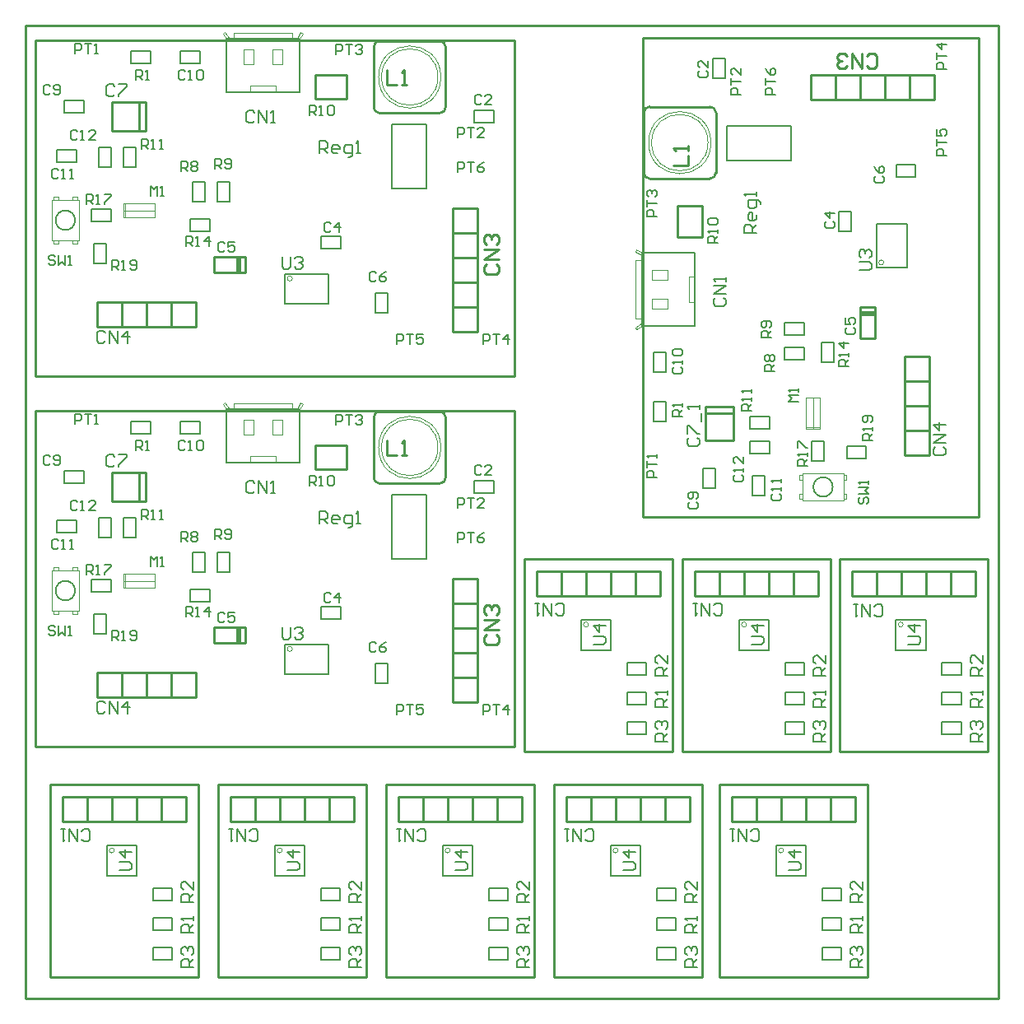
<source format=gto>
%FSLAX25Y25*%
%MOIN*%
G70*
G01*
G75*
%ADD10R,0.01772X0.06299*%
%ADD11R,0.06299X0.13386*%
%ADD12R,0.05512X0.01654*%
%ADD13R,0.04724X0.04724*%
%ADD14R,0.08465X0.05000*%
%ADD15R,0.09000X0.15000*%
%ADD16R,0.05906X0.03937*%
%ADD17R,0.03937X0.05906*%
%ADD18R,0.07874X0.11024*%
%ADD19R,0.03500X0.05000*%
%ADD20R,0.07874X0.15748*%
%ADD21R,0.06299X0.09449*%
%ADD22R,0.05512X0.07087*%
%ADD23R,0.05906X0.15748*%
%ADD24R,0.06299X0.01772*%
%ADD25R,0.13386X0.06299*%
%ADD26R,0.01654X0.05512*%
%ADD27R,0.04724X0.04724*%
%ADD28R,0.05000X0.08465*%
%ADD29R,0.15000X0.09000*%
%ADD30R,0.11024X0.07874*%
%ADD31R,0.15748X0.05906*%
%ADD32R,0.05000X0.03500*%
%ADD33R,0.15748X0.07874*%
%ADD34R,0.09449X0.06299*%
%ADD35R,0.07087X0.05512*%
%ADD36R,0.06600X0.01700*%
%ADD37C,0.02500*%
%ADD38C,0.02000*%
%ADD39C,0.03000*%
%ADD40C,0.01500*%
%ADD41C,0.04000*%
%ADD42C,0.01000*%
%ADD43C,0.01800*%
%ADD44R,0.01600X0.04800*%
%ADD45R,0.34200X0.03200*%
%ADD46R,0.14413X0.28346*%
%ADD47R,0.04800X0.01600*%
%ADD48R,0.03200X0.34200*%
%ADD49R,0.28346X0.14413*%
%ADD50C,0.15800*%
%ADD51R,0.05512X0.07874*%
%ADD52R,0.05118X0.07874*%
%ADD53C,0.07874*%
%ADD54R,0.07874X0.05512*%
%ADD55R,0.07874X0.05118*%
%ADD56C,0.05000*%
%ADD57C,0.04000*%
%ADD58C,0.06000*%
%ADD59C,0.03937*%
%ADD60R,0.09449X0.04724*%
%ADD61R,0.04724X0.11024*%
%ADD62R,0.03000X0.10000*%
%ADD63R,0.10000X0.20000*%
%ADD64R,0.06299X0.05512*%
%ADD65R,0.09843X0.14961*%
%ADD66R,0.04724X0.09449*%
%ADD67R,0.11024X0.04724*%
%ADD68R,0.10000X0.03000*%
%ADD69R,0.20000X0.10000*%
%ADD70R,0.05512X0.06299*%
%ADD71R,0.14961X0.09843*%
%ADD72R,0.03150X0.04724*%
%ADD73C,0.03500*%
%ADD74R,0.26400X0.28346*%
%ADD75R,0.28346X0.26400*%
%ADD76C,0.00200*%
%ADD77C,0.00591*%
%ADD78C,0.00394*%
%ADD79C,0.00787*%
%ADD80C,0.00500*%
%ADD81C,0.00050*%
%ADD82C,0.00800*%
%ADD83R,0.02300X0.06299*%
%ADD84R,0.06299X0.02300*%
D42*
X253328Y497667D02*
G03*
X250966Y495305I0J-2362D01*
G01*
X280100Y495305D02*
G03*
X277738Y497667I-2362J0D01*
G01*
Y468533D02*
G03*
X280100Y470895I0J2362D01*
G01*
X250966Y470895D02*
G03*
X253328Y468533I2362J0D01*
G01*
X253328Y347667D02*
G03*
X250966Y345305I0J-2362D01*
G01*
X280100Y345305D02*
G03*
X277738Y347667I-2362J0D01*
G01*
Y318533D02*
G03*
X280100Y320895I0J2362D01*
G01*
X250966Y320895D02*
G03*
X253328Y318533I2362J0D01*
G01*
X360333Y444328D02*
G03*
X362695Y441966I2362J0D01*
G01*
X362695Y471100D02*
G03*
X360333Y468738I0J-2362D01*
G01*
X389467D02*
G03*
X387105Y471100I-2362J0D01*
G01*
X387105Y441966D02*
G03*
X389467Y444328I0J2362D01*
G01*
X240005Y474157D02*
Y484000D01*
X227406Y474157D02*
X240005D01*
X227406D02*
Y484000D01*
X240005D01*
X250966Y470895D02*
Y495305D01*
X253328Y497667D02*
X277738D01*
X280100Y470895D02*
Y495305D01*
X253328Y468533D02*
X277738D01*
X169100Y382200D02*
X169200Y382100D01*
X169100Y382200D02*
Y392100D01*
X159100Y382100D02*
Y392100D01*
X149100Y382100D02*
Y392100D01*
X139100Y382100D02*
Y392100D01*
Y382100D02*
X179100D01*
Y392100D01*
X139100D02*
X179100D01*
X283100Y420100D02*
X293100D01*
X283100Y380100D02*
Y430100D01*
X293100D01*
Y380100D02*
Y430100D01*
X283100Y380100D02*
X293100D01*
X283100Y390100D02*
X293100D01*
X283100Y400100D02*
X293100D01*
X283100Y410100D02*
X293000D01*
X293100Y410200D01*
X144914Y461400D02*
X158694D01*
Y472817D01*
X144914D02*
X158694D01*
X144914Y461400D02*
Y472817D01*
X155994Y461400D02*
Y472717D01*
X186320Y403900D02*
X198919D01*
Y410199D01*
X186320D02*
X198919D01*
X186320Y403900D02*
Y410199D01*
Y253900D02*
X198919D01*
Y260199D01*
X186320D02*
X198919D01*
X186320Y253900D02*
Y260199D01*
X144914Y311400D02*
X158694D01*
Y322817D01*
X144914D02*
X158694D01*
X144914Y311400D02*
Y322817D01*
X155994Y311400D02*
Y322717D01*
X283100Y270100D02*
X293100D01*
X283100Y230100D02*
Y280100D01*
X293100D01*
Y230100D02*
Y280100D01*
X283100Y230100D02*
X293100D01*
X283100Y240100D02*
X293100D01*
X283100Y250100D02*
X293100D01*
X283100Y260100D02*
X293000D01*
X293100Y260200D01*
X169100Y232200D02*
X169200Y232100D01*
X169100Y232200D02*
Y242100D01*
X159100Y232100D02*
Y242100D01*
X149100Y232100D02*
Y242100D01*
X139100Y232100D02*
Y242100D01*
Y232100D02*
X179100D01*
Y242100D01*
X139100D02*
X179100D01*
X250966Y320895D02*
Y345305D01*
X253328Y347667D02*
X277738D01*
X280100Y320895D02*
Y345305D01*
X253328Y318533D02*
X277738D01*
X240005Y324158D02*
Y334000D01*
X227406Y324158D02*
X240005D01*
X227406D02*
Y334000D01*
X240005D01*
X374000Y431005D02*
X383842D01*
Y418406D02*
Y431005D01*
X374000Y418406D02*
X383842D01*
X374000D02*
Y431005D01*
X362695Y441966D02*
X387105D01*
X360333Y444328D02*
Y468738D01*
X362695Y471100D02*
X387105D01*
X389467Y444328D02*
Y468738D01*
X475800Y360100D02*
X475900Y360200D01*
X465900Y360100D02*
X475800D01*
X465900Y350100D02*
X475900D01*
X465900Y340100D02*
X475900D01*
X465900Y330100D02*
X475900D01*
Y370100D01*
X465900D02*
X475900D01*
X465900Y330100D02*
Y370100D01*
X437900Y474100D02*
Y484100D01*
X427900Y474100D02*
X477900D01*
X427900D02*
Y484100D01*
X477900D01*
Y474100D02*
Y484100D01*
X467900Y474100D02*
Y484100D01*
X457900Y474100D02*
Y484100D01*
X447900Y474100D02*
Y484000D01*
X447800Y484100D02*
X447900Y484000D01*
X396600Y335914D02*
Y349694D01*
X385183D02*
X396600D01*
X385183Y335914D02*
Y349694D01*
Y335914D02*
X396600D01*
X385283Y346994D02*
X396600D01*
X454100Y377321D02*
Y389919D01*
X447801D02*
X454100D01*
X447801Y377321D02*
Y389919D01*
Y377321D02*
X454100D01*
X144900Y191500D02*
X145000Y191400D01*
Y181500D02*
Y191400D01*
X155000Y181500D02*
Y191500D01*
X165000Y181500D02*
Y191500D01*
X175000Y181500D02*
Y191500D01*
X125000D02*
X175000D01*
X125000Y181500D02*
Y191500D01*
Y181500D02*
X175000D01*
X135000D02*
Y191500D01*
X212900D02*
X213000Y191400D01*
Y181500D02*
Y191400D01*
X223000Y181500D02*
Y191500D01*
X233000Y181500D02*
Y191500D01*
X243000Y181500D02*
Y191500D01*
X193000D02*
X243000D01*
X193000Y181500D02*
Y191500D01*
Y181500D02*
X243000D01*
X203000D02*
Y191500D01*
X348900D02*
X349000Y191400D01*
Y181500D02*
Y191400D01*
X359000Y181500D02*
Y191500D01*
X369000Y181500D02*
Y191500D01*
X379000Y181500D02*
Y191500D01*
X329000D02*
X379000D01*
X329000Y181500D02*
Y191500D01*
Y181500D02*
X379000D01*
X339000D02*
Y191500D01*
X280900D02*
X281000Y191400D01*
Y181500D02*
Y191400D01*
X291000Y181500D02*
Y191500D01*
X301000Y181500D02*
Y191500D01*
X311000Y181500D02*
Y191500D01*
X261000D02*
X311000D01*
X261000Y181500D02*
Y191500D01*
Y181500D02*
X311000D01*
X271000D02*
Y191500D01*
X415900D02*
X416000Y191400D01*
Y181500D02*
Y191400D01*
X426000Y181500D02*
Y191500D01*
X436000Y181500D02*
Y191500D01*
X446000Y181500D02*
Y191500D01*
X396000D02*
X446000D01*
X396000Y181500D02*
Y191500D01*
Y181500D02*
X446000D01*
X406000D02*
Y191500D01*
X464400Y283000D02*
X464500Y282900D01*
Y273000D02*
Y282900D01*
X474500Y273000D02*
Y283000D01*
X484500Y273000D02*
Y283000D01*
X494500Y273000D02*
Y283000D01*
X444500D02*
X494500D01*
X444500Y273000D02*
Y283000D01*
Y273000D02*
X494500D01*
X454500D02*
Y283000D01*
X336900D02*
X337000Y282900D01*
Y273000D02*
Y282900D01*
X347000Y273000D02*
Y283000D01*
X357000Y273000D02*
Y283000D01*
X367000Y273000D02*
Y283000D01*
X317000D02*
X367000D01*
X317000Y273000D02*
Y283000D01*
Y273000D02*
X367000D01*
X327000D02*
Y283000D01*
X400900D02*
X401000Y282900D01*
Y273000D02*
Y282900D01*
X411000Y273000D02*
Y283000D01*
X421000Y273000D02*
Y283000D01*
X431000Y273000D02*
Y283000D01*
X381000D02*
X431000D01*
X381000Y273000D02*
Y283000D01*
Y273000D02*
X431000D01*
X391000D02*
Y283000D01*
X256300Y485798D02*
Y479800D01*
X260299D01*
X262298D02*
X264297D01*
X263298D01*
Y485798D01*
X262298Y484798D01*
X296502Y407299D02*
X295502Y406299D01*
Y404300D01*
X296502Y403300D01*
X300500D01*
X301500Y404300D01*
Y406299D01*
X300500Y407299D01*
X301500Y409298D02*
X295502D01*
X301500Y413297D01*
X295502D01*
X296502Y415296D02*
X295502Y416296D01*
Y418295D01*
X296502Y419295D01*
X297501D01*
X298501Y418295D01*
Y417296D01*
Y418295D01*
X299501Y419295D01*
X300500D01*
X301500Y418295D01*
Y416296D01*
X300500Y415296D01*
X296502Y257299D02*
X295502Y256299D01*
Y254300D01*
X296502Y253300D01*
X300500D01*
X301500Y254300D01*
Y256299D01*
X300500Y257299D01*
X301500Y259298D02*
X295502D01*
X301500Y263297D01*
X295502D01*
X296502Y265296D02*
X295502Y266296D01*
Y268295D01*
X296502Y269295D01*
X297501D01*
X298501Y268295D01*
Y267296D01*
Y268295D01*
X299501Y269295D01*
X300500D01*
X301500Y268295D01*
Y266296D01*
X300500Y265296D01*
X256300Y335798D02*
Y329800D01*
X260299D01*
X262298D02*
X264297D01*
X263298D01*
Y335798D01*
X262298Y334798D01*
X372202Y447300D02*
X378200D01*
Y451299D01*
Y453298D02*
Y455297D01*
Y454298D01*
X372202D01*
X373202Y453298D01*
X450701Y487502D02*
X451701Y486502D01*
X453700D01*
X454700Y487502D01*
Y491500D01*
X453700Y492500D01*
X451701D01*
X450701Y491500D01*
X448702Y492500D02*
Y486502D01*
X444703Y492500D01*
Y486502D01*
X442704Y487502D02*
X441704Y486502D01*
X439705D01*
X438705Y487502D01*
Y488501D01*
X439705Y489501D01*
X440704D01*
X439705D01*
X438705Y490501D01*
Y491500D01*
X439705Y492500D01*
X441704D01*
X442704Y491500D01*
X110000Y110000D02*
Y504000D01*
Y110000D02*
X504000D01*
Y504000D01*
X110000D02*
X504000D01*
X308100Y362100D02*
Y498100D01*
X114100D02*
X308100D01*
X114100Y362100D02*
X308100D01*
X114100D02*
Y498100D01*
Y212100D02*
Y348100D01*
Y212100D02*
X308100D01*
X114100Y348100D02*
X308100D01*
Y212100D02*
Y348100D01*
X359900Y499100D02*
X495900D01*
X359900Y305100D02*
Y499100D01*
X495900Y305100D02*
Y499100D01*
X359900Y305100D02*
X495900D01*
X120000Y196500D02*
X180000D01*
X120000Y118500D02*
Y196500D01*
Y118500D02*
X180000D01*
Y196500D01*
X248000Y118500D02*
Y196500D01*
X188000Y118500D02*
X248000D01*
X188000D02*
Y196500D01*
X248000D01*
X324000D02*
X384000D01*
X324000Y118500D02*
Y196500D01*
Y118500D02*
X384000D01*
Y196500D01*
X316000Y118500D02*
Y196500D01*
X256000Y118500D02*
X316000D01*
X256000D02*
Y196500D01*
X316000D01*
X451000Y118500D02*
Y196500D01*
X391000Y118500D02*
X451000D01*
X391000D02*
Y196500D01*
X451000D01*
X439500Y288000D02*
X499500D01*
X439500Y210000D02*
Y288000D01*
Y210000D02*
X499500D01*
Y288000D01*
X312000D02*
X372000D01*
X312000Y210000D02*
Y288000D01*
Y210000D02*
X372000D01*
Y288000D01*
X436000Y210000D02*
Y288000D01*
X376000Y210000D02*
X436000D01*
X376000D02*
Y288000D01*
X436000D01*
D76*
X217987Y401500D02*
G03*
X217987Y401500I-1000J0D01*
G01*
Y251500D02*
G03*
X217987Y251500I-1000J0D01*
G01*
X457500Y407987D02*
G03*
X457500Y407987I-1000J0D01*
G01*
X145887Y169900D02*
G03*
X145887Y169900I-1000J0D01*
G01*
X213887D02*
G03*
X213887Y169900I-1000J0D01*
G01*
X349887D02*
G03*
X349887Y169900I-1000J0D01*
G01*
X281887D02*
G03*
X281887Y169900I-1000J0D01*
G01*
X416887D02*
G03*
X416887Y169900I-1000J0D01*
G01*
X465387Y261400D02*
G03*
X465387Y261400I-1000J0D01*
G01*
X337887D02*
G03*
X337887Y261400I-1000J0D01*
G01*
X401887D02*
G03*
X401887Y261400I-1000J0D01*
G01*
X149639Y431911D02*
X162139D01*
X149639Y426281D02*
Y431911D01*
Y426281D02*
X162139D01*
Y431911D01*
X149639Y281911D02*
X162139D01*
X149639Y276281D02*
Y281911D01*
Y276281D02*
X162139D01*
Y281911D01*
X426089Y340639D02*
Y353139D01*
Y340639D02*
X431719D01*
Y353139D01*
X426089D02*
X431719D01*
D77*
X130029Y425100D02*
G03*
X130029Y425100I-3929J0D01*
G01*
Y275100D02*
G03*
X130029Y275100I-3929J0D01*
G01*
X436829Y317100D02*
G03*
X436829Y317100I-3929J0D01*
G01*
D78*
X278132Y483100D02*
G03*
X278132Y483100I-12598J0D01*
G01*
X276950D02*
G03*
X276950Y483100I-11417J0D01*
G01*
X278132Y333100D02*
G03*
X278132Y333100I-12598J0D01*
G01*
X276950D02*
G03*
X276950Y333100I-11417J0D01*
G01*
X387498Y456533D02*
G03*
X387498Y456533I-12598J0D01*
G01*
X386317D02*
G03*
X386317Y456533I-11417J0D01*
G01*
X210037Y488124D02*
X213974D01*
X210037D02*
Y494423D01*
X213974D01*
Y488124D02*
Y494423D01*
X190746Y501194D02*
X192500Y498478D01*
X219800D02*
X221454Y501194D01*
X189958Y500722D02*
X190746Y501194D01*
X221454D02*
X222242Y500722D01*
X189958D02*
X191336Y498478D01*
X194200D02*
Y500919D01*
X194289D02*
X217911D01*
Y498478D02*
Y500919D01*
X220864Y498478D02*
X222242Y500722D01*
X211218Y477100D02*
Y479462D01*
X200982D02*
X211218D01*
X200982Y477100D02*
Y479462D01*
X202163Y488124D02*
Y494423D01*
X198226D02*
X202163D01*
X198226Y488124D02*
Y494423D01*
Y488124D02*
X202163D01*
X120588Y433368D02*
X131612D01*
Y416832D02*
Y433368D01*
X120588Y416832D02*
X131612D01*
X120588D02*
Y433368D01*
X121376Y415651D02*
Y416832D01*
Y415651D02*
X123344D01*
Y416832D01*
X130824Y415651D02*
Y416832D01*
X128856Y415651D02*
X130824D01*
X128856D02*
Y416832D01*
X123344Y433368D02*
Y434549D01*
X121376D02*
X123344D01*
X121376Y433368D02*
Y434549D01*
X130824Y433368D02*
Y434549D01*
X128856D02*
X130824D01*
X128856Y433368D02*
Y434549D01*
X120588Y283368D02*
X131612D01*
Y266832D02*
Y283368D01*
X120588Y266832D02*
X131612D01*
X120588D02*
Y283368D01*
X121376Y265651D02*
Y266832D01*
Y265651D02*
X123344D01*
Y266832D01*
X130824Y265651D02*
Y266832D01*
X128856Y265651D02*
X130824D01*
X128856D02*
Y266832D01*
X123344Y283368D02*
Y284549D01*
X121376D02*
X123344D01*
X121376Y283368D02*
Y284549D01*
X130824Y283368D02*
Y284549D01*
X128856D02*
X130824D01*
X128856Y283368D02*
Y284549D01*
X210037Y338124D02*
X213974D01*
X210037D02*
Y344423D01*
X213974D01*
Y338124D02*
Y344423D01*
X190746Y351195D02*
X192500Y348478D01*
X219800D02*
X221454Y351195D01*
X189958Y350722D02*
X190746Y351195D01*
X221454D02*
X222242Y350722D01*
X189958D02*
X191336Y348478D01*
X194200D02*
Y350919D01*
X194289D02*
X217911D01*
Y348478D02*
Y350919D01*
X220864Y348478D02*
X222242Y350722D01*
X211218Y327100D02*
Y329462D01*
X200982D02*
X211218D01*
X200982Y327100D02*
Y329462D01*
X202163Y338124D02*
Y344423D01*
X198226D02*
X202163D01*
X198226Y338124D02*
Y344423D01*
Y338124D02*
X202163D01*
X369876Y401037D02*
Y404974D01*
X363577Y401037D02*
X369876D01*
X363577D02*
Y404974D01*
X369876D01*
X356805Y381746D02*
X359522Y383500D01*
X356805Y412454D02*
X359522Y410800D01*
X356805Y381746D02*
X357278Y380958D01*
X356805Y412454D02*
X357278Y413242D01*
Y380958D02*
X359522Y382336D01*
X357081Y385200D02*
X359522D01*
X357081Y385289D02*
Y408911D01*
X359522D01*
X357278Y413242D02*
X359522Y411864D01*
X378538Y402218D02*
X380900D01*
X378538Y391982D02*
Y402218D01*
Y391982D02*
X380900D01*
X363577Y393163D02*
X369876D01*
X363577Y389226D02*
Y393163D01*
Y389226D02*
X369876D01*
Y393163D01*
X424632Y311588D02*
Y322612D01*
X441168D01*
Y311588D02*
Y322612D01*
X424632Y311588D02*
X441168D01*
Y312376D02*
X442349D01*
Y314344D01*
X441168D02*
X442349D01*
X441168Y321824D02*
X442349D01*
Y319856D02*
Y321824D01*
X441168Y319856D02*
X442349D01*
X423451Y314344D02*
X424632D01*
X423451Y312376D02*
Y314344D01*
Y312376D02*
X424632D01*
X423451Y321824D02*
X424632D01*
X423451Y319856D02*
Y321824D01*
Y319856D02*
X424632D01*
D79*
X191336Y477100D02*
X220864D01*
X191336D02*
Y498478D01*
X220864Y477100D02*
Y498478D01*
X191336D02*
X220864D01*
X258415Y438108D02*
X272391D01*
X258415D02*
Y464092D01*
X272391D01*
Y438108D02*
Y464092D01*
X258415Y288108D02*
X272391D01*
X258415D02*
Y314092D01*
X272391D01*
Y288108D02*
Y314092D01*
X191336Y327100D02*
X220864D01*
X191336D02*
Y348478D01*
X220864Y327100D02*
Y348478D01*
X191336D02*
X220864D01*
X380900Y382336D02*
Y411864D01*
X359522Y382336D02*
X380900D01*
X359522Y411864D02*
X380900D01*
X359522Y382336D02*
Y411864D01*
X419892Y449415D02*
Y463391D01*
X393908Y449415D02*
X419892D01*
X393908D02*
Y463391D01*
X419892D01*
D80*
X214856Y391200D02*
Y403400D01*
X232572D01*
X214856Y391200D02*
X232572D01*
Y403400D01*
X142561Y407600D02*
Y415474D01*
X137639D02*
X142561D01*
X137639Y407600D02*
Y415474D01*
Y407600D02*
X142561D01*
X136600Y424639D02*
X144474D01*
Y429561D01*
X136600D02*
X144474D01*
X136600Y424639D02*
Y429561D01*
X176600Y420639D02*
X184474D01*
Y425561D01*
X176600D02*
X184474D01*
X176600Y420639D02*
Y425561D01*
X149639Y446726D02*
Y454600D01*
Y446726D02*
X154561D01*
Y454600D01*
X149639D02*
X154561D01*
X187639Y432726D02*
Y440600D01*
Y432726D02*
X192561D01*
Y440600D01*
X187639D02*
X192561D01*
X177639Y432726D02*
Y440600D01*
Y432726D02*
X182561D01*
Y440600D01*
X177639D02*
X182561D01*
X152600Y488639D02*
X160474D01*
Y493561D01*
X152600D02*
X160474D01*
X152600Y488639D02*
Y493561D01*
X139639Y446726D02*
Y454600D01*
Y446726D02*
X144561D01*
Y454600D01*
X139639D02*
X144561D01*
X122600Y448639D02*
X130474D01*
Y453561D01*
X122600D02*
X130474D01*
X122600Y448639D02*
Y453561D01*
X172600Y488639D02*
X180474D01*
Y493561D01*
X172600D02*
X180474D01*
X172600Y488639D02*
Y493561D01*
X125726Y473561D02*
X133600D01*
X125726Y468639D02*
Y473561D01*
Y468639D02*
X133600D01*
Y473561D01*
X256561Y387600D02*
Y395474D01*
X251639D02*
X256561D01*
X251639Y387600D02*
Y395474D01*
Y387600D02*
X256561D01*
X229726Y418561D02*
X237600D01*
X229726Y413639D02*
Y418561D01*
Y413639D02*
X237600D01*
Y418561D01*
X291726Y469561D02*
X299600D01*
X291726Y464639D02*
Y469561D01*
Y464639D02*
X299600D01*
Y469561D01*
X291726Y319561D02*
X299600D01*
X291726Y314639D02*
Y319561D01*
Y314639D02*
X299600D01*
Y319561D01*
X229726Y268561D02*
X237600D01*
X229726Y263639D02*
Y268561D01*
Y263639D02*
X237600D01*
Y268561D01*
X256561Y237600D02*
Y245474D01*
X251639D02*
X256561D01*
X251639Y237600D02*
Y245474D01*
Y237600D02*
X256561D01*
X125726Y323561D02*
X133600D01*
X125726Y318639D02*
Y323561D01*
Y318639D02*
X133600D01*
Y323561D01*
X172600Y338639D02*
X180474D01*
Y343561D01*
X172600D02*
X180474D01*
X172600Y338639D02*
Y343561D01*
X122600Y298639D02*
X130474D01*
Y303561D01*
X122600D02*
X130474D01*
X122600Y298639D02*
Y303561D01*
X139639Y296726D02*
Y304600D01*
Y296726D02*
X144561D01*
Y304600D01*
X139639D02*
X144561D01*
X152600Y338639D02*
X160474D01*
Y343561D01*
X152600D02*
X160474D01*
X152600Y338639D02*
Y343561D01*
X177639Y282726D02*
Y290600D01*
Y282726D02*
X182561D01*
Y290600D01*
X177639D02*
X182561D01*
X187639Y282726D02*
Y290600D01*
Y282726D02*
X192561D01*
Y290600D01*
X187639D02*
X192561D01*
X149639Y296726D02*
Y304600D01*
Y296726D02*
X154561D01*
Y304600D01*
X149639D02*
X154561D01*
X176600Y270639D02*
X184474D01*
Y275561D01*
X176600D02*
X184474D01*
X176600Y270639D02*
Y275561D01*
X136600Y274639D02*
X144474D01*
Y279561D01*
X136600D02*
X144474D01*
X136600Y274639D02*
Y279561D01*
X142561Y257600D02*
Y265474D01*
X137639D02*
X142561D01*
X137639Y257600D02*
Y265474D01*
Y257600D02*
X142561D01*
X214856Y241200D02*
Y253400D01*
X232572D01*
X214856Y241200D02*
X232572D01*
Y253400D01*
X454600Y405856D02*
X466800D01*
X454600D02*
Y423572D01*
X466800Y405856D02*
Y423572D01*
X454600D02*
X466800D01*
X442526Y333561D02*
X450400D01*
X442526Y328639D02*
Y333561D01*
Y328639D02*
X450400D01*
Y333561D01*
X433361Y327600D02*
Y335474D01*
X428439D02*
X433361D01*
X428439Y327600D02*
Y335474D01*
Y327600D02*
X433361D01*
X437361Y367600D02*
Y375474D01*
X432439D02*
X437361D01*
X432439Y367600D02*
Y375474D01*
Y367600D02*
X437361D01*
X403400Y340639D02*
X411274D01*
Y345561D01*
X403400D02*
X411274D01*
X403400Y340639D02*
Y345561D01*
X417400Y378639D02*
X425274D01*
Y383561D01*
X417400D02*
X425274D01*
X417400Y378639D02*
Y383561D01*
Y368639D02*
X425274D01*
Y373561D01*
X417400D02*
X425274D01*
X417400Y368639D02*
Y373561D01*
X369361Y343600D02*
Y351474D01*
X364439D02*
X369361D01*
X364439Y343600D02*
Y351474D01*
Y343600D02*
X369361D01*
X403400Y330639D02*
X411274D01*
Y335561D01*
X403400D02*
X411274D01*
X403400Y330639D02*
Y335561D01*
X409361Y313600D02*
Y321474D01*
X404439D02*
X409361D01*
X404439Y313600D02*
Y321474D01*
Y313600D02*
X409361D01*
X369361Y363600D02*
Y371474D01*
X364439D02*
X369361D01*
X364439Y363600D02*
Y371474D01*
Y363600D02*
X369361D01*
X384439Y316726D02*
Y324600D01*
Y316726D02*
X389361D01*
Y324600D01*
X384439D02*
X389361D01*
X462526Y447561D02*
X470400D01*
X462526Y442639D02*
Y447561D01*
Y442639D02*
X470400D01*
Y447561D01*
X439439Y420726D02*
Y428600D01*
Y420726D02*
X444361D01*
Y428600D01*
X439439D02*
X444361D01*
X388439Y482726D02*
Y490600D01*
Y482726D02*
X393361D01*
Y490600D01*
X388439D02*
X393361D01*
X142887Y159600D02*
Y171800D01*
X155087D01*
X142887Y159600D02*
X155087D01*
Y171800D01*
X161500Y125539D02*
X169374D01*
Y130461D01*
X161500D02*
X169374D01*
X161500Y125539D02*
Y130461D01*
Y149539D02*
X169374D01*
Y154461D01*
X161500D02*
X169374D01*
X161500Y149539D02*
Y154461D01*
Y137539D02*
X169374D01*
Y142461D01*
X161500D02*
X169374D01*
X161500Y137539D02*
Y142461D01*
X229500Y137539D02*
X237374D01*
Y142461D01*
X229500D02*
X237374D01*
X229500Y137539D02*
Y142461D01*
Y149539D02*
X237374D01*
Y154461D01*
X229500D02*
X237374D01*
X229500Y149539D02*
Y154461D01*
Y125539D02*
X237374D01*
Y130461D01*
X229500D02*
X237374D01*
X229500Y125539D02*
Y130461D01*
X210887Y159600D02*
Y171800D01*
X223087D01*
X210887Y159600D02*
X223087D01*
Y171800D01*
X346887Y159600D02*
Y171800D01*
X359087D01*
X346887Y159600D02*
X359087D01*
Y171800D01*
X365500Y125539D02*
X373374D01*
Y130461D01*
X365500D02*
X373374D01*
X365500Y125539D02*
Y130461D01*
Y149539D02*
X373374D01*
Y154461D01*
X365500D02*
X373374D01*
X365500Y149539D02*
Y154461D01*
Y137539D02*
X373374D01*
Y142461D01*
X365500D02*
X373374D01*
X365500Y137539D02*
Y142461D01*
X297500Y137539D02*
X305374D01*
Y142461D01*
X297500D02*
X305374D01*
X297500Y137539D02*
Y142461D01*
Y149539D02*
X305374D01*
Y154461D01*
X297500D02*
X305374D01*
X297500Y149539D02*
Y154461D01*
Y125539D02*
X305374D01*
Y130461D01*
X297500D02*
X305374D01*
X297500Y125539D02*
Y130461D01*
X278887Y159600D02*
Y171800D01*
X291087D01*
X278887Y159600D02*
X291087D01*
Y171800D01*
X432500Y137539D02*
X440374D01*
Y142461D01*
X432500D02*
X440374D01*
X432500Y137539D02*
Y142461D01*
Y149539D02*
X440374D01*
Y154461D01*
X432500D02*
X440374D01*
X432500Y149539D02*
Y154461D01*
Y125539D02*
X440374D01*
Y130461D01*
X432500D02*
X440374D01*
X432500Y125539D02*
Y130461D01*
X413887Y159600D02*
Y171800D01*
X426087D01*
X413887Y159600D02*
X426087D01*
Y171800D01*
X462387Y251100D02*
Y263300D01*
X474587D01*
X462387Y251100D02*
X474587D01*
Y263300D01*
X481000Y217039D02*
X488874D01*
Y221961D01*
X481000D02*
X488874D01*
X481000Y217039D02*
Y221961D01*
Y241039D02*
X488874D01*
Y245961D01*
X481000D02*
X488874D01*
X481000Y241039D02*
Y245961D01*
Y229039D02*
X488874D01*
Y233961D01*
X481000D02*
X488874D01*
X481000Y229039D02*
Y233961D01*
X334887Y251100D02*
Y263300D01*
X347087D01*
X334887Y251100D02*
X347087D01*
Y263300D01*
X353500Y217039D02*
X361374D01*
Y221961D01*
X353500D02*
X361374D01*
X353500Y217039D02*
Y221961D01*
Y241039D02*
X361374D01*
Y245961D01*
X353500D02*
X361374D01*
X353500Y241039D02*
Y245961D01*
Y229039D02*
X361374D01*
Y233961D01*
X353500D02*
X361374D01*
X353500Y229039D02*
Y233961D01*
X417500Y229039D02*
X425374D01*
Y233961D01*
X417500D02*
X425374D01*
X417500Y229039D02*
Y233961D01*
Y241039D02*
X425374D01*
Y245961D01*
X417500D02*
X425374D01*
X417500Y241039D02*
Y245961D01*
Y217039D02*
X425374D01*
Y221961D01*
X417500D02*
X425374D01*
X417500Y217039D02*
Y221961D01*
X398887Y251100D02*
Y263300D01*
X411087D01*
X398887Y251100D02*
X411087D01*
Y263300D01*
X121866Y410132D02*
X121199Y410799D01*
X119867D01*
X119200Y410132D01*
Y409466D01*
X119867Y408799D01*
X121199D01*
X121866Y408133D01*
Y407466D01*
X121199Y406800D01*
X119867D01*
X119200Y407466D01*
X123199Y410799D02*
Y406800D01*
X124532Y408133D01*
X125865Y406800D01*
Y410799D01*
X127197Y406800D02*
X128530D01*
X127864D01*
Y410799D01*
X127197Y410132D01*
X145000Y405000D02*
Y408999D01*
X146999D01*
X147666Y408332D01*
Y406999D01*
X146999Y406333D01*
X145000D01*
X146333D02*
X147666Y405000D01*
X148999D02*
X150332D01*
X149665D01*
Y408999D01*
X148999Y408332D01*
X152331Y405666D02*
X152997Y405000D01*
X154330D01*
X154997Y405666D01*
Y408332D01*
X154330Y408999D01*
X152997D01*
X152331Y408332D01*
Y407666D01*
X152997Y406999D01*
X154997D01*
X134600Y431500D02*
Y435499D01*
X136599D01*
X137266Y434832D01*
Y433499D01*
X136599Y432833D01*
X134600D01*
X135933D02*
X137266Y431500D01*
X138599D02*
X139932D01*
X139265D01*
Y435499D01*
X138599Y434832D01*
X141931Y435499D02*
X144597D01*
Y434832D01*
X141931Y432166D01*
Y431500D01*
X175100Y414600D02*
Y418599D01*
X177099D01*
X177766Y417932D01*
Y416599D01*
X177099Y415933D01*
X175100D01*
X176433D02*
X177766Y414600D01*
X179099D02*
X180432D01*
X179765D01*
Y418599D01*
X179099Y417932D01*
X184430Y414600D02*
Y418599D01*
X182431Y416599D01*
X185097D01*
X157100Y454100D02*
Y458099D01*
X159099D01*
X159766Y457432D01*
Y456099D01*
X159099Y455433D01*
X157100D01*
X158433D02*
X159766Y454100D01*
X161099D02*
X162432D01*
X161765D01*
Y458099D01*
X161099Y457432D01*
X164431Y454100D02*
X165764D01*
X165097D01*
Y458099D01*
X164431Y457432D01*
X225100Y467600D02*
Y471599D01*
X227099D01*
X227766Y470932D01*
Y469599D01*
X227099Y468933D01*
X225100D01*
X226433D02*
X227766Y467600D01*
X229099D02*
X230432D01*
X229765D01*
Y471599D01*
X229099Y470932D01*
X232431D02*
X233097Y471599D01*
X234430D01*
X235097Y470932D01*
Y468266D01*
X234430Y467600D01*
X233097D01*
X232431Y468266D01*
Y470932D01*
X186700Y445900D02*
Y449899D01*
X188699D01*
X189366Y449232D01*
Y447899D01*
X188699Y447233D01*
X186700D01*
X188033D02*
X189366Y445900D01*
X190699Y446566D02*
X191365Y445900D01*
X192698D01*
X193365Y446566D01*
Y449232D01*
X192698Y449899D01*
X191365D01*
X190699Y449232D01*
Y448566D01*
X191365Y447899D01*
X193365D01*
X173100Y444800D02*
Y448799D01*
X175099D01*
X175766Y448132D01*
Y446799D01*
X175099Y446133D01*
X173100D01*
X174433D02*
X175766Y444800D01*
X177099Y448132D02*
X177765Y448799D01*
X179098D01*
X179764Y448132D01*
Y447466D01*
X179098Y446799D01*
X179764Y446133D01*
Y445466D01*
X179098Y444800D01*
X177765D01*
X177099Y445466D01*
Y446133D01*
X177765Y446799D01*
X177099Y447466D01*
Y448132D01*
X177765Y446799D02*
X179098D01*
X154500Y482000D02*
Y485999D01*
X156499D01*
X157166Y485332D01*
Y483999D01*
X156499Y483333D01*
X154500D01*
X155833D02*
X157166Y482000D01*
X158499D02*
X159832D01*
X159165D01*
Y485999D01*
X158499Y485332D01*
X285000Y444500D02*
Y448499D01*
X286999D01*
X287666Y447832D01*
Y446499D01*
X286999Y445833D01*
X285000D01*
X288999Y448499D02*
X291665D01*
X290332D01*
Y444500D01*
X295663Y448499D02*
X294330Y447832D01*
X292997Y446499D01*
Y445166D01*
X293664Y444500D01*
X294997D01*
X295663Y445166D01*
Y445833D01*
X294997Y446499D01*
X292997D01*
X260300Y375000D02*
Y378999D01*
X262299D01*
X262966Y378332D01*
Y376999D01*
X262299Y376333D01*
X260300D01*
X264299Y378999D02*
X266965D01*
X265632D01*
Y375000D01*
X270963Y378999D02*
X268297D01*
Y376999D01*
X269630Y377666D01*
X270297D01*
X270963Y376999D01*
Y375666D01*
X270297Y375000D01*
X268964D01*
X268297Y375666D01*
X295400Y375000D02*
Y378999D01*
X297399D01*
X298066Y378332D01*
Y376999D01*
X297399Y376333D01*
X295400D01*
X299399Y378999D02*
X302064D01*
X300732D01*
Y375000D01*
X305397D02*
Y378999D01*
X303397Y376999D01*
X306063D01*
X235600Y492400D02*
Y496399D01*
X237599D01*
X238266Y495732D01*
Y494399D01*
X237599Y493733D01*
X235600D01*
X239599Y496399D02*
X242265D01*
X240932D01*
Y492400D01*
X243597Y495732D02*
X244264Y496399D01*
X245597D01*
X246263Y495732D01*
Y495066D01*
X245597Y494399D01*
X244930D01*
X245597D01*
X246263Y493733D01*
Y493066D01*
X245597Y492400D01*
X244264D01*
X243597Y493066D01*
X285000Y458500D02*
Y462499D01*
X286999D01*
X287666Y461832D01*
Y460499D01*
X286999Y459833D01*
X285000D01*
X288999Y462499D02*
X291665D01*
X290332D01*
Y458500D01*
X295663D02*
X292997D01*
X295663Y461166D01*
Y461832D01*
X294997Y462499D01*
X293664D01*
X292997Y461832D01*
X130000Y492500D02*
Y496499D01*
X131999D01*
X132666Y495832D01*
Y494499D01*
X131999Y493833D01*
X130000D01*
X133999Y496499D02*
X136664D01*
X135332D01*
Y492500D01*
X137997D02*
X139330D01*
X138664D01*
Y496499D01*
X137997Y495832D01*
X160500Y434900D02*
Y438899D01*
X161833Y437566D01*
X163166Y438899D01*
Y434900D01*
X164499D02*
X165832D01*
X165165D01*
Y438899D01*
X164499Y438232D01*
X130866Y460832D02*
X130199Y461499D01*
X128867D01*
X128200Y460832D01*
Y458166D01*
X128867Y457500D01*
X130199D01*
X130866Y458166D01*
X132199Y457500D02*
X133532D01*
X132865D01*
Y461499D01*
X132199Y460832D01*
X138197Y457500D02*
X135531D01*
X138197Y460166D01*
Y460832D01*
X137530Y461499D01*
X136197D01*
X135531Y460832D01*
X123266Y445232D02*
X122599Y445899D01*
X121266D01*
X120600Y445232D01*
Y442566D01*
X121266Y441900D01*
X122599D01*
X123266Y442566D01*
X124599Y441900D02*
X125932D01*
X125265D01*
Y445899D01*
X124599Y445232D01*
X127931Y441900D02*
X129264D01*
X128597D01*
Y445899D01*
X127931Y445232D01*
X174466Y485232D02*
X173799Y485899D01*
X172467D01*
X171800Y485232D01*
Y482566D01*
X172467Y481900D01*
X173799D01*
X174466Y482566D01*
X175799Y481900D02*
X177132D01*
X176465D01*
Y485899D01*
X175799Y485232D01*
X179131D02*
X179797Y485899D01*
X181130D01*
X181797Y485232D01*
Y482566D01*
X181130Y481900D01*
X179797D01*
X179131Y482566D01*
Y485232D01*
X120066Y479132D02*
X119399Y479799D01*
X118067D01*
X117400Y479132D01*
Y476466D01*
X118067Y475800D01*
X119399D01*
X120066Y476466D01*
X121399D02*
X122065Y475800D01*
X123398D01*
X124065Y476466D01*
Y479132D01*
X123398Y479799D01*
X122065D01*
X121399Y479132D01*
Y478466D01*
X122065Y477799D01*
X124065D01*
X146032Y479365D02*
X145199Y480198D01*
X143533D01*
X142700Y479365D01*
Y476033D01*
X143533Y475200D01*
X145199D01*
X146032Y476033D01*
X147698Y480198D02*
X151031D01*
Y479365D01*
X147698Y476033D01*
Y475200D01*
X252066Y403632D02*
X251399Y404299D01*
X250066D01*
X249400Y403632D01*
Y400966D01*
X250066Y400300D01*
X251399D01*
X252066Y400966D01*
X256065Y404299D02*
X254732Y403632D01*
X253399Y402299D01*
Y400966D01*
X254065Y400300D01*
X255398D01*
X256065Y400966D01*
Y401633D01*
X255398Y402299D01*
X253399D01*
X190666Y415532D02*
X189999Y416199D01*
X188666D01*
X188000Y415532D01*
Y412866D01*
X188666Y412200D01*
X189999D01*
X190666Y412866D01*
X194665Y416199D02*
X191999D01*
Y414199D01*
X193332Y414866D01*
X193998D01*
X194665Y414199D01*
Y412866D01*
X193998Y412200D01*
X192665D01*
X191999Y412866D01*
X233566Y423732D02*
X232899Y424399D01*
X231566D01*
X230900Y423732D01*
Y421066D01*
X231566Y420400D01*
X232899D01*
X233566Y421066D01*
X236898Y420400D02*
Y424399D01*
X234899Y422399D01*
X237564D01*
X294666Y475132D02*
X293999Y475799D01*
X292666D01*
X292000Y475132D01*
Y472466D01*
X292666Y471800D01*
X293999D01*
X294666Y472466D01*
X298664Y471800D02*
X295999D01*
X298664Y474466D01*
Y475132D01*
X297998Y475799D01*
X296665D01*
X295999Y475132D01*
X294666Y325132D02*
X293999Y325799D01*
X292666D01*
X292000Y325132D01*
Y322466D01*
X292666Y321800D01*
X293999D01*
X294666Y322466D01*
X298664Y321800D02*
X295999D01*
X298664Y324466D01*
Y325132D01*
X297998Y325799D01*
X296665D01*
X295999Y325132D01*
X233566Y273732D02*
X232899Y274399D01*
X231566D01*
X230900Y273732D01*
Y271066D01*
X231566Y270400D01*
X232899D01*
X233566Y271066D01*
X236898Y270400D02*
Y274399D01*
X234899Y272399D01*
X237564D01*
X190666Y265532D02*
X189999Y266199D01*
X188666D01*
X188000Y265532D01*
Y262866D01*
X188666Y262200D01*
X189999D01*
X190666Y262866D01*
X194665Y266199D02*
X191999D01*
Y264199D01*
X193332Y264866D01*
X193998D01*
X194665Y264199D01*
Y262866D01*
X193998Y262200D01*
X192665D01*
X191999Y262866D01*
X252066Y253632D02*
X251399Y254299D01*
X250066D01*
X249400Y253632D01*
Y250966D01*
X250066Y250300D01*
X251399D01*
X252066Y250966D01*
X256065Y254299D02*
X254732Y253632D01*
X253399Y252299D01*
Y250966D01*
X254065Y250300D01*
X255398D01*
X256065Y250966D01*
Y251633D01*
X255398Y252299D01*
X253399D01*
X146032Y329365D02*
X145199Y330198D01*
X143533D01*
X142700Y329365D01*
Y326033D01*
X143533Y325200D01*
X145199D01*
X146032Y326033D01*
X147698Y330198D02*
X151031D01*
Y329365D01*
X147698Y326033D01*
Y325200D01*
X120066Y329132D02*
X119399Y329799D01*
X118067D01*
X117400Y329132D01*
Y326466D01*
X118067Y325800D01*
X119399D01*
X120066Y326466D01*
X121399D02*
X122065Y325800D01*
X123398D01*
X124065Y326466D01*
Y329132D01*
X123398Y329799D01*
X122065D01*
X121399Y329132D01*
Y328466D01*
X122065Y327799D01*
X124065D01*
X174466Y335232D02*
X173799Y335899D01*
X172467D01*
X171800Y335232D01*
Y332566D01*
X172467Y331900D01*
X173799D01*
X174466Y332566D01*
X175799Y331900D02*
X177132D01*
X176465D01*
Y335899D01*
X175799Y335232D01*
X179131D02*
X179797Y335899D01*
X181130D01*
X181797Y335232D01*
Y332566D01*
X181130Y331900D01*
X179797D01*
X179131Y332566D01*
Y335232D01*
X123266Y295232D02*
X122599Y295899D01*
X121266D01*
X120600Y295232D01*
Y292566D01*
X121266Y291900D01*
X122599D01*
X123266Y292566D01*
X124599Y291900D02*
X125932D01*
X125265D01*
Y295899D01*
X124599Y295232D01*
X127931Y291900D02*
X129264D01*
X128597D01*
Y295899D01*
X127931Y295232D01*
X130866Y310832D02*
X130199Y311499D01*
X128867D01*
X128200Y310832D01*
Y308166D01*
X128867Y307500D01*
X130199D01*
X130866Y308166D01*
X132199Y307500D02*
X133532D01*
X132865D01*
Y311499D01*
X132199Y310832D01*
X138197Y307500D02*
X135531D01*
X138197Y310166D01*
Y310832D01*
X137530Y311499D01*
X136197D01*
X135531Y310832D01*
X160500Y284900D02*
Y288899D01*
X161833Y287566D01*
X163166Y288899D01*
Y284900D01*
X164499D02*
X165832D01*
X165165D01*
Y288899D01*
X164499Y288232D01*
X130000Y342500D02*
Y346499D01*
X131999D01*
X132666Y345832D01*
Y344499D01*
X131999Y343833D01*
X130000D01*
X133999Y346499D02*
X136664D01*
X135332D01*
Y342500D01*
X137997D02*
X139330D01*
X138664D01*
Y346499D01*
X137997Y345832D01*
X285000Y308500D02*
Y312499D01*
X286999D01*
X287666Y311832D01*
Y310499D01*
X286999Y309833D01*
X285000D01*
X288999Y312499D02*
X291665D01*
X290332D01*
Y308500D01*
X295663D02*
X292997D01*
X295663Y311166D01*
Y311832D01*
X294997Y312499D01*
X293664D01*
X292997Y311832D01*
X235600Y342400D02*
Y346399D01*
X237599D01*
X238266Y345732D01*
Y344399D01*
X237599Y343733D01*
X235600D01*
X239599Y346399D02*
X242265D01*
X240932D01*
Y342400D01*
X243597Y345732D02*
X244264Y346399D01*
X245597D01*
X246263Y345732D01*
Y345066D01*
X245597Y344399D01*
X244930D01*
X245597D01*
X246263Y343733D01*
Y343066D01*
X245597Y342400D01*
X244264D01*
X243597Y343066D01*
X295400Y225000D02*
Y228999D01*
X297399D01*
X298066Y228332D01*
Y226999D01*
X297399Y226333D01*
X295400D01*
X299399Y228999D02*
X302064D01*
X300732D01*
Y225000D01*
X305397D02*
Y228999D01*
X303397Y226999D01*
X306063D01*
X260300Y225000D02*
Y228999D01*
X262299D01*
X262966Y228332D01*
Y226999D01*
X262299Y226333D01*
X260300D01*
X264299Y228999D02*
X266965D01*
X265632D01*
Y225000D01*
X270963Y228999D02*
X268297D01*
Y226999D01*
X269630Y227666D01*
X270297D01*
X270963Y226999D01*
Y225666D01*
X270297Y225000D01*
X268964D01*
X268297Y225666D01*
X285000Y294500D02*
Y298499D01*
X286999D01*
X287666Y297832D01*
Y296499D01*
X286999Y295833D01*
X285000D01*
X288999Y298499D02*
X291665D01*
X290332D01*
Y294500D01*
X295663Y298499D02*
X294330Y297832D01*
X292997Y296499D01*
Y295166D01*
X293664Y294500D01*
X294997D01*
X295663Y295166D01*
Y295833D01*
X294997Y296499D01*
X292997D01*
X154500Y332000D02*
Y335999D01*
X156499D01*
X157166Y335332D01*
Y333999D01*
X156499Y333333D01*
X154500D01*
X155833D02*
X157166Y332000D01*
X158499D02*
X159832D01*
X159165D01*
Y335999D01*
X158499Y335332D01*
X173100Y294800D02*
Y298799D01*
X175099D01*
X175766Y298132D01*
Y296799D01*
X175099Y296133D01*
X173100D01*
X174433D02*
X175766Y294800D01*
X177099Y298132D02*
X177765Y298799D01*
X179098D01*
X179764Y298132D01*
Y297466D01*
X179098Y296799D01*
X179764Y296133D01*
Y295466D01*
X179098Y294800D01*
X177765D01*
X177099Y295466D01*
Y296133D01*
X177765Y296799D01*
X177099Y297466D01*
Y298132D01*
X177765Y296799D02*
X179098D01*
X186700Y295900D02*
Y299899D01*
X188699D01*
X189366Y299232D01*
Y297899D01*
X188699Y297233D01*
X186700D01*
X188033D02*
X189366Y295900D01*
X190699Y296566D02*
X191365Y295900D01*
X192698D01*
X193365Y296566D01*
Y299232D01*
X192698Y299899D01*
X191365D01*
X190699Y299232D01*
Y298566D01*
X191365Y297899D01*
X193365D01*
X225100Y317600D02*
Y321599D01*
X227099D01*
X227766Y320932D01*
Y319599D01*
X227099Y318933D01*
X225100D01*
X226433D02*
X227766Y317600D01*
X229099D02*
X230432D01*
X229765D01*
Y321599D01*
X229099Y320932D01*
X232431D02*
X233097Y321599D01*
X234430D01*
X235097Y320932D01*
Y318266D01*
X234430Y317600D01*
X233097D01*
X232431Y318266D01*
Y320932D01*
X157100Y304100D02*
Y308099D01*
X159099D01*
X159766Y307432D01*
Y306099D01*
X159099Y305433D01*
X157100D01*
X158433D02*
X159766Y304100D01*
X161099D02*
X162432D01*
X161765D01*
Y308099D01*
X161099Y307432D01*
X164431Y304100D02*
X165764D01*
X165097D01*
Y308099D01*
X164431Y307432D01*
X175100Y264600D02*
Y268599D01*
X177099D01*
X177766Y267932D01*
Y266599D01*
X177099Y265933D01*
X175100D01*
X176433D02*
X177766Y264600D01*
X179099D02*
X180432D01*
X179765D01*
Y268599D01*
X179099Y267932D01*
X184430Y264600D02*
Y268599D01*
X182431Y266599D01*
X185097D01*
X134600Y281500D02*
Y285499D01*
X136599D01*
X137266Y284832D01*
Y283499D01*
X136599Y282833D01*
X134600D01*
X135933D02*
X137266Y281500D01*
X138599D02*
X139932D01*
X139265D01*
Y285499D01*
X138599Y284832D01*
X141931Y285499D02*
X144597D01*
Y284832D01*
X141931Y282166D01*
Y281500D01*
X145000Y255000D02*
Y258999D01*
X146999D01*
X147666Y258332D01*
Y256999D01*
X146999Y256333D01*
X145000D01*
X146333D02*
X147666Y255000D01*
X148999D02*
X150332D01*
X149665D01*
Y258999D01*
X148999Y258332D01*
X152331Y255666D02*
X152997Y255000D01*
X154330D01*
X154997Y255666D01*
Y258332D01*
X154330Y258999D01*
X152997D01*
X152331Y258332D01*
Y257666D01*
X152997Y256999D01*
X154997D01*
X121866Y260132D02*
X121199Y260799D01*
X119867D01*
X119200Y260132D01*
Y259466D01*
X119867Y258799D01*
X121199D01*
X121866Y258133D01*
Y257466D01*
X121199Y256800D01*
X119867D01*
X119200Y257466D01*
X123199Y260799D02*
Y256800D01*
X124532Y258133D01*
X125865Y256800D01*
Y260799D01*
X127197Y256800D02*
X128530D01*
X127864D01*
Y260799D01*
X127197Y260132D01*
X447868Y312866D02*
X447201Y312199D01*
Y310866D01*
X447868Y310200D01*
X448534D01*
X449201Y310866D01*
Y312199D01*
X449867Y312866D01*
X450534D01*
X451200Y312199D01*
Y310866D01*
X450534Y310200D01*
X447201Y314199D02*
X451200D01*
X449867Y315532D01*
X451200Y316864D01*
X447201D01*
X451200Y318197D02*
Y319530D01*
Y318864D01*
X447201D01*
X447868Y318197D01*
X453000Y336000D02*
X449001D01*
Y337999D01*
X449668Y338666D01*
X451001D01*
X451667Y337999D01*
Y336000D01*
Y337333D02*
X453000Y338666D01*
Y339999D02*
Y341332D01*
Y340665D01*
X449001D01*
X449668Y339999D01*
X452334Y343331D02*
X453000Y343997D01*
Y345330D01*
X452334Y345997D01*
X449668D01*
X449001Y345330D01*
Y343997D01*
X449668Y343331D01*
X450334D01*
X451001Y343997D01*
Y345997D01*
X426500Y325600D02*
X422501D01*
Y327599D01*
X423168Y328266D01*
X424501D01*
X425167Y327599D01*
Y325600D01*
Y326933D02*
X426500Y328266D01*
Y329599D02*
Y330932D01*
Y330265D01*
X422501D01*
X423168Y329599D01*
X422501Y332931D02*
Y335597D01*
X423168D01*
X425834Y332931D01*
X426500D01*
X443400Y366100D02*
X439401D01*
Y368099D01*
X440068Y368766D01*
X441401D01*
X442067Y368099D01*
Y366100D01*
Y367433D02*
X443400Y368766D01*
Y370099D02*
Y371432D01*
Y370765D01*
X439401D01*
X440068Y370099D01*
X443400Y375430D02*
X439401D01*
X441401Y373431D01*
Y376097D01*
X403900Y348100D02*
X399901D01*
Y350099D01*
X400568Y350766D01*
X401901D01*
X402567Y350099D01*
Y348100D01*
Y349433D02*
X403900Y350766D01*
Y352099D02*
Y353432D01*
Y352765D01*
X399901D01*
X400568Y352099D01*
X403900Y355431D02*
Y356764D01*
Y356097D01*
X399901D01*
X400568Y355431D01*
X390400Y416100D02*
X386401D01*
Y418099D01*
X387068Y418766D01*
X388401D01*
X389067Y418099D01*
Y416100D01*
Y417433D02*
X390400Y418766D01*
Y420099D02*
Y421432D01*
Y420765D01*
X386401D01*
X387068Y420099D01*
Y423431D02*
X386401Y424097D01*
Y425430D01*
X387068Y426097D01*
X389734D01*
X390400Y425430D01*
Y424097D01*
X389734Y423431D01*
X387068D01*
X412100Y377700D02*
X408101D01*
Y379699D01*
X408768Y380366D01*
X410101D01*
X410767Y379699D01*
Y377700D01*
Y379033D02*
X412100Y380366D01*
X411434Y381699D02*
X412100Y382365D01*
Y383698D01*
X411434Y384365D01*
X408768D01*
X408101Y383698D01*
Y382365D01*
X408768Y381699D01*
X409434D01*
X410101Y382365D01*
Y384365D01*
X413200Y364100D02*
X409201D01*
Y366099D01*
X409868Y366766D01*
X411201D01*
X411867Y366099D01*
Y364100D01*
Y365433D02*
X413200Y366766D01*
X409868Y368099D02*
X409201Y368765D01*
Y370098D01*
X409868Y370764D01*
X410534D01*
X411201Y370098D01*
X411867Y370764D01*
X412534D01*
X413200Y370098D01*
Y368765D01*
X412534Y368099D01*
X411867D01*
X411201Y368765D01*
X410534Y368099D01*
X409868D01*
X411201Y368765D02*
Y370098D01*
X376000Y345500D02*
X372001D01*
Y347499D01*
X372668Y348166D01*
X374001D01*
X374667Y347499D01*
Y345500D01*
Y346833D02*
X376000Y348166D01*
Y349499D02*
Y350832D01*
Y350165D01*
X372001D01*
X372668Y349499D01*
X413500Y476000D02*
X409501D01*
Y477999D01*
X410168Y478666D01*
X411501D01*
X412167Y477999D01*
Y476000D01*
X409501Y479999D02*
Y482664D01*
Y481332D01*
X413500D01*
X409501Y486663D02*
X410168Y485330D01*
X411501Y483997D01*
X412834D01*
X413500Y484664D01*
Y485997D01*
X412834Y486663D01*
X412167D01*
X411501Y485997D01*
Y483997D01*
X483000Y451300D02*
X479001D01*
Y453299D01*
X479668Y453966D01*
X481001D01*
X481667Y453299D01*
Y451300D01*
X479001Y455299D02*
Y457965D01*
Y456632D01*
X483000D01*
X479001Y461963D02*
Y459297D01*
X481001D01*
X480334Y460630D01*
Y461297D01*
X481001Y461963D01*
X482334D01*
X483000Y461297D01*
Y459964D01*
X482334Y459297D01*
X483000Y486400D02*
X479001D01*
Y488399D01*
X479668Y489066D01*
X481001D01*
X481667Y488399D01*
Y486400D01*
X479001Y490399D02*
Y493064D01*
Y491732D01*
X483000D01*
Y496397D02*
X479001D01*
X481001Y494397D01*
Y497063D01*
X365600Y426600D02*
X361601D01*
Y428599D01*
X362268Y429266D01*
X363601D01*
X364267Y428599D01*
Y426600D01*
X361601Y430599D02*
Y433264D01*
Y431932D01*
X365600D01*
X362268Y434597D02*
X361601Y435264D01*
Y436597D01*
X362268Y437263D01*
X362934D01*
X363601Y436597D01*
Y435930D01*
Y436597D01*
X364267Y437263D01*
X364934D01*
X365600Y436597D01*
Y435264D01*
X364934Y434597D01*
X399500Y476000D02*
X395501D01*
Y477999D01*
X396168Y478666D01*
X397501D01*
X398167Y477999D01*
Y476000D01*
X395501Y479999D02*
Y482664D01*
Y481332D01*
X399500D01*
Y486663D02*
Y483997D01*
X396834Y486663D01*
X396168D01*
X395501Y485997D01*
Y484664D01*
X396168Y483997D01*
X365500Y321000D02*
X361501D01*
Y322999D01*
X362168Y323666D01*
X363501D01*
X364167Y322999D01*
Y321000D01*
X361501Y324999D02*
Y327664D01*
Y326332D01*
X365500D01*
Y328997D02*
Y330330D01*
Y329664D01*
X361501D01*
X362168Y328997D01*
X423100Y351500D02*
X419101D01*
X420434Y352833D01*
X419101Y354166D01*
X423100D01*
Y355499D02*
Y356832D01*
Y356165D01*
X419101D01*
X419768Y355499D01*
X397168Y321866D02*
X396501Y321199D01*
Y319866D01*
X397168Y319200D01*
X399834D01*
X400500Y319866D01*
Y321199D01*
X399834Y321866D01*
X400500Y323199D02*
Y324532D01*
Y323865D01*
X396501D01*
X397168Y323199D01*
X400500Y329197D02*
Y326531D01*
X397834Y329197D01*
X397168D01*
X396501Y328530D01*
Y327197D01*
X397168Y326531D01*
X412768Y314266D02*
X412101Y313599D01*
Y312266D01*
X412768Y311600D01*
X415434D01*
X416100Y312266D01*
Y313599D01*
X415434Y314266D01*
X416100Y315599D02*
Y316932D01*
Y316265D01*
X412101D01*
X412768Y315599D01*
X416100Y318931D02*
Y320264D01*
Y319597D01*
X412101D01*
X412768Y318931D01*
X372768Y365466D02*
X372101Y364799D01*
Y363466D01*
X372768Y362800D01*
X375434D01*
X376100Y363466D01*
Y364799D01*
X375434Y365466D01*
X376100Y366799D02*
Y368132D01*
Y367465D01*
X372101D01*
X372768Y366799D01*
Y370131D02*
X372101Y370797D01*
Y372130D01*
X372768Y372797D01*
X375434D01*
X376100Y372130D01*
Y370797D01*
X375434Y370131D01*
X372768D01*
X378868Y311066D02*
X378201Y310399D01*
Y309066D01*
X378868Y308400D01*
X381534D01*
X382200Y309066D01*
Y310399D01*
X381534Y311066D01*
Y312399D02*
X382200Y313065D01*
Y314398D01*
X381534Y315065D01*
X378868D01*
X378201Y314398D01*
Y313065D01*
X378868Y312399D01*
X379534D01*
X380201Y313065D01*
Y315065D01*
X378635Y337032D02*
X377802Y336199D01*
Y334533D01*
X378635Y333700D01*
X381967D01*
X382800Y334533D01*
Y336199D01*
X381967Y337032D01*
X377802Y338698D02*
Y342031D01*
X378635D01*
X381967Y338698D01*
X382800D01*
X383633Y343697D02*
Y347029D01*
X382800Y348695D02*
Y350361D01*
Y349528D01*
X377802D01*
X378635Y348695D01*
X454368Y443066D02*
X453701Y442399D01*
Y441066D01*
X454368Y440400D01*
X457034D01*
X457700Y441066D01*
Y442399D01*
X457034Y443066D01*
X453701Y447064D02*
X454368Y445732D01*
X455701Y444399D01*
X457034D01*
X457700Y445065D01*
Y446398D01*
X457034Y447064D01*
X456367D01*
X455701Y446398D01*
Y444399D01*
X442468Y381666D02*
X441801Y380999D01*
Y379666D01*
X442468Y379000D01*
X445134D01*
X445800Y379666D01*
Y380999D01*
X445134Y381666D01*
X441801Y385665D02*
Y382999D01*
X443801D01*
X443134Y384332D01*
Y384998D01*
X443801Y385665D01*
X445134D01*
X445800Y384998D01*
Y383665D01*
X445134Y382999D01*
X434268Y424566D02*
X433601Y423899D01*
Y422566D01*
X434268Y421900D01*
X436934D01*
X437600Y422566D01*
Y423899D01*
X436934Y424566D01*
X437600Y427898D02*
X433601D01*
X435601Y425899D01*
Y428565D01*
X382868Y485666D02*
X382201Y484999D01*
Y483666D01*
X382868Y483000D01*
X385534D01*
X386200Y483666D01*
Y484999D01*
X385534Y485666D01*
X386200Y489665D02*
Y486999D01*
X383534Y489665D01*
X382868D01*
X382201Y488998D01*
Y487665D01*
X382868Y486999D01*
D81*
X150131Y426281D02*
Y431911D01*
X149639Y429037D02*
X162139D01*
X150131Y276281D02*
Y281911D01*
X149639Y279037D02*
X162139D01*
X426089Y341131D02*
X431719D01*
X428963Y340639D02*
Y353139D01*
D82*
X202732Y468665D02*
X201899Y469498D01*
X200233D01*
X199400Y468665D01*
Y465333D01*
X200233Y464500D01*
X201899D01*
X202732Y465333D01*
X204398Y464500D02*
Y469498D01*
X207731Y464500D01*
Y469498D01*
X209397Y464500D02*
X211063D01*
X210230D01*
Y469498D01*
X209397Y468665D01*
X213900Y410398D02*
Y406233D01*
X214733Y405400D01*
X216399D01*
X217232Y406233D01*
Y410398D01*
X218898Y409565D02*
X219731Y410398D01*
X221398D01*
X222231Y409565D01*
Y408732D01*
X221398Y407899D01*
X220565D01*
X221398D01*
X222231Y407066D01*
Y406233D01*
X221398Y405400D01*
X219731D01*
X218898Y406233D01*
X228900Y452200D02*
Y457198D01*
X231399D01*
X232232Y456365D01*
Y454699D01*
X231399Y453866D01*
X228900D01*
X230566D02*
X232232Y452200D01*
X236398D02*
X234731D01*
X233898Y453033D01*
Y454699D01*
X234731Y455532D01*
X236398D01*
X237231Y454699D01*
Y453866D01*
X233898D01*
X240563Y450534D02*
X241396D01*
X242229Y451367D01*
Y455532D01*
X239730D01*
X238897Y454699D01*
Y453033D01*
X239730Y452200D01*
X242229D01*
X243895D02*
X245561D01*
X244728D01*
Y457198D01*
X243895Y456365D01*
X142232Y379565D02*
X141399Y380398D01*
X139733D01*
X138900Y379565D01*
Y376233D01*
X139733Y375400D01*
X141399D01*
X142232Y376233D01*
X143898Y375400D02*
Y380398D01*
X147231Y375400D01*
Y380398D01*
X151396Y375400D02*
Y380398D01*
X148897Y377899D01*
X152229D01*
X142232Y229565D02*
X141399Y230398D01*
X139733D01*
X138900Y229565D01*
Y226233D01*
X139733Y225400D01*
X141399D01*
X142232Y226233D01*
X143898Y225400D02*
Y230398D01*
X147231Y225400D01*
Y230398D01*
X151396Y225400D02*
Y230398D01*
X148897Y227899D01*
X152229D01*
X228900Y302200D02*
Y307198D01*
X231399D01*
X232232Y306365D01*
Y304699D01*
X231399Y303866D01*
X228900D01*
X230566D02*
X232232Y302200D01*
X236398D02*
X234731D01*
X233898Y303033D01*
Y304699D01*
X234731Y305532D01*
X236398D01*
X237231Y304699D01*
Y303866D01*
X233898D01*
X240563Y300534D02*
X241396D01*
X242229Y301367D01*
Y305532D01*
X239730D01*
X238897Y304699D01*
Y303033D01*
X239730Y302200D01*
X242229D01*
X243895D02*
X245561D01*
X244728D01*
Y307198D01*
X243895Y306365D01*
X213900Y260398D02*
Y256233D01*
X214733Y255400D01*
X216399D01*
X217232Y256233D01*
Y260398D01*
X218898Y259565D02*
X219731Y260398D01*
X221398D01*
X222231Y259565D01*
Y258732D01*
X221398Y257899D01*
X220565D01*
X221398D01*
X222231Y257066D01*
Y256233D01*
X221398Y255400D01*
X219731D01*
X218898Y256233D01*
X202732Y318665D02*
X201899Y319498D01*
X200233D01*
X199400Y318665D01*
Y315333D01*
X200233Y314500D01*
X201899D01*
X202732Y315333D01*
X204398Y314500D02*
Y319498D01*
X207731Y314500D01*
Y319498D01*
X209397Y314500D02*
X211063D01*
X210230D01*
Y319498D01*
X209397Y318665D01*
X389335Y393732D02*
X388502Y392899D01*
Y391233D01*
X389335Y390400D01*
X392667D01*
X393500Y391233D01*
Y392899D01*
X392667Y393732D01*
X393500Y395398D02*
X388502D01*
X393500Y398731D01*
X388502D01*
X393500Y400397D02*
Y402063D01*
Y401230D01*
X388502D01*
X389335Y400397D01*
X447602Y404900D02*
X451767D01*
X452600Y405733D01*
Y407399D01*
X451767Y408232D01*
X447602D01*
X448435Y409898D02*
X447602Y410731D01*
Y412398D01*
X448435Y413231D01*
X449268D01*
X450101Y412398D01*
Y411564D01*
Y412398D01*
X450934Y413231D01*
X451767D01*
X452600Y412398D01*
Y410731D01*
X451767Y409898D01*
X405800Y419900D02*
X400802D01*
Y422399D01*
X401635Y423232D01*
X403301D01*
X404134Y422399D01*
Y419900D01*
Y421566D02*
X405800Y423232D01*
Y427398D02*
Y425731D01*
X404967Y424898D01*
X403301D01*
X402468Y425731D01*
Y427398D01*
X403301Y428231D01*
X404134D01*
Y424898D01*
X407466Y431563D02*
Y432396D01*
X406633Y433229D01*
X402468D01*
Y430730D01*
X403301Y429897D01*
X404967D01*
X405800Y430730D01*
Y433229D01*
Y434895D02*
Y436561D01*
Y435728D01*
X400802D01*
X401635Y434895D01*
X478435Y333232D02*
X477602Y332399D01*
Y330733D01*
X478435Y329900D01*
X481767D01*
X482600Y330733D01*
Y332399D01*
X481767Y333232D01*
X482600Y334898D02*
X477602D01*
X482600Y338231D01*
X477602D01*
X482600Y342396D02*
X477602D01*
X480101Y339897D01*
Y343229D01*
X147825Y161823D02*
X151990D01*
X152823Y162656D01*
Y164322D01*
X151990Y165155D01*
X147825D01*
X152823Y169320D02*
X147825D01*
X150324Y166821D01*
Y170153D01*
X178000Y122500D02*
X173002D01*
Y124999D01*
X173835Y125832D01*
X175501D01*
X176334Y124999D01*
Y122500D01*
Y124166D02*
X178000Y125832D01*
X173835Y127498D02*
X173002Y128331D01*
Y129998D01*
X173835Y130831D01*
X174668D01*
X175501Y129998D01*
Y129165D01*
Y129998D01*
X176334Y130831D01*
X177167D01*
X178000Y129998D01*
Y128331D01*
X177167Y127498D01*
X178000Y149000D02*
X173002D01*
Y151499D01*
X173835Y152332D01*
X175501D01*
X176334Y151499D01*
Y149000D01*
Y150666D02*
X178000Y152332D01*
Y157331D02*
Y153998D01*
X174668Y157331D01*
X173835D01*
X173002Y156498D01*
Y154831D01*
X173835Y153998D01*
X178000Y136500D02*
X173002D01*
Y138999D01*
X173835Y139832D01*
X175501D01*
X176334Y138999D01*
Y136500D01*
Y138166D02*
X178000Y139832D01*
Y141498D02*
Y143165D01*
Y142331D01*
X173002D01*
X173835Y141498D01*
X132668Y174335D02*
X133501Y173502D01*
X135167D01*
X136000Y174335D01*
Y177667D01*
X135167Y178500D01*
X133501D01*
X132668Y177667D01*
X131002Y178500D02*
Y173502D01*
X127669Y178500D01*
Y173502D01*
X126003Y178500D02*
X124337D01*
X125170D01*
Y173502D01*
X126003Y174335D01*
X200668D02*
X201501Y173502D01*
X203167D01*
X204000Y174335D01*
Y177667D01*
X203167Y178500D01*
X201501D01*
X200668Y177667D01*
X199002Y178500D02*
Y173502D01*
X195669Y178500D01*
Y173502D01*
X194003Y178500D02*
X192337D01*
X193170D01*
Y173502D01*
X194003Y174335D01*
X246000Y136500D02*
X241002D01*
Y138999D01*
X241835Y139832D01*
X243501D01*
X244334Y138999D01*
Y136500D01*
Y138166D02*
X246000Y139832D01*
Y141498D02*
Y143165D01*
Y142331D01*
X241002D01*
X241835Y141498D01*
X246000Y149000D02*
X241002D01*
Y151499D01*
X241835Y152332D01*
X243501D01*
X244334Y151499D01*
Y149000D01*
Y150666D02*
X246000Y152332D01*
Y157331D02*
Y153998D01*
X242668Y157331D01*
X241835D01*
X241002Y156498D01*
Y154831D01*
X241835Y153998D01*
X246000Y122500D02*
X241002D01*
Y124999D01*
X241835Y125832D01*
X243501D01*
X244334Y124999D01*
Y122500D01*
Y124166D02*
X246000Y125832D01*
X241835Y127498D02*
X241002Y128331D01*
Y129998D01*
X241835Y130831D01*
X242668D01*
X243501Y129998D01*
Y129165D01*
Y129998D01*
X244334Y130831D01*
X245167D01*
X246000Y129998D01*
Y128331D01*
X245167Y127498D01*
X215824Y161823D02*
X219990D01*
X220823Y162656D01*
Y164322D01*
X219990Y165155D01*
X215824D01*
X220823Y169320D02*
X215824D01*
X218324Y166821D01*
Y170153D01*
X351824Y161823D02*
X355990D01*
X356823Y162656D01*
Y164322D01*
X355990Y165155D01*
X351824D01*
X356823Y169320D02*
X351824D01*
X354324Y166821D01*
Y170153D01*
X382000Y122500D02*
X377002D01*
Y124999D01*
X377835Y125832D01*
X379501D01*
X380334Y124999D01*
Y122500D01*
Y124166D02*
X382000Y125832D01*
X377835Y127498D02*
X377002Y128331D01*
Y129998D01*
X377835Y130831D01*
X378668D01*
X379501Y129998D01*
Y129165D01*
Y129998D01*
X380334Y130831D01*
X381167D01*
X382000Y129998D01*
Y128331D01*
X381167Y127498D01*
X382000Y149000D02*
X377002D01*
Y151499D01*
X377835Y152332D01*
X379501D01*
X380334Y151499D01*
Y149000D01*
Y150666D02*
X382000Y152332D01*
Y157331D02*
Y153998D01*
X378668Y157331D01*
X377835D01*
X377002Y156498D01*
Y154831D01*
X377835Y153998D01*
X382000Y136500D02*
X377002D01*
Y138999D01*
X377835Y139832D01*
X379501D01*
X380334Y138999D01*
Y136500D01*
Y138166D02*
X382000Y139832D01*
Y141498D02*
Y143165D01*
Y142331D01*
X377002D01*
X377835Y141498D01*
X336668Y174335D02*
X337501Y173502D01*
X339167D01*
X340000Y174335D01*
Y177667D01*
X339167Y178500D01*
X337501D01*
X336668Y177667D01*
X335002Y178500D02*
Y173502D01*
X331669Y178500D01*
Y173502D01*
X330003Y178500D02*
X328337D01*
X329170D01*
Y173502D01*
X330003Y174335D01*
X268668D02*
X269501Y173502D01*
X271167D01*
X272000Y174335D01*
Y177667D01*
X271167Y178500D01*
X269501D01*
X268668Y177667D01*
X267002Y178500D02*
Y173502D01*
X263669Y178500D01*
Y173502D01*
X262003Y178500D02*
X260337D01*
X261170D01*
Y173502D01*
X262003Y174335D01*
X314000Y136500D02*
X309002D01*
Y138999D01*
X309835Y139832D01*
X311501D01*
X312334Y138999D01*
Y136500D01*
Y138166D02*
X314000Y139832D01*
Y141498D02*
Y143165D01*
Y142331D01*
X309002D01*
X309835Y141498D01*
X314000Y149000D02*
X309002D01*
Y151499D01*
X309835Y152332D01*
X311501D01*
X312334Y151499D01*
Y149000D01*
Y150666D02*
X314000Y152332D01*
Y157331D02*
Y153998D01*
X310668Y157331D01*
X309835D01*
X309002Y156498D01*
Y154831D01*
X309835Y153998D01*
X314000Y122500D02*
X309002D01*
Y124999D01*
X309835Y125832D01*
X311501D01*
X312334Y124999D01*
Y122500D01*
Y124166D02*
X314000Y125832D01*
X309835Y127498D02*
X309002Y128331D01*
Y129998D01*
X309835Y130831D01*
X310668D01*
X311501Y129998D01*
Y129165D01*
Y129998D01*
X312334Y130831D01*
X313167D01*
X314000Y129998D01*
Y128331D01*
X313167Y127498D01*
X283824Y161823D02*
X287990D01*
X288823Y162656D01*
Y164322D01*
X287990Y165155D01*
X283824D01*
X288823Y169320D02*
X283824D01*
X286324Y166821D01*
Y170153D01*
X403668Y174335D02*
X404501Y173502D01*
X406167D01*
X407000Y174335D01*
Y177667D01*
X406167Y178500D01*
X404501D01*
X403668Y177667D01*
X402002Y178500D02*
Y173502D01*
X398669Y178500D01*
Y173502D01*
X397003Y178500D02*
X395337D01*
X396170D01*
Y173502D01*
X397003Y174335D01*
X449000Y136500D02*
X444002D01*
Y138999D01*
X444835Y139832D01*
X446501D01*
X447334Y138999D01*
Y136500D01*
Y138166D02*
X449000Y139832D01*
Y141498D02*
Y143165D01*
Y142331D01*
X444002D01*
X444835Y141498D01*
X449000Y149000D02*
X444002D01*
Y151499D01*
X444835Y152332D01*
X446501D01*
X447334Y151499D01*
Y149000D01*
Y150666D02*
X449000Y152332D01*
Y157331D02*
Y153998D01*
X445668Y157331D01*
X444835D01*
X444002Y156498D01*
Y154831D01*
X444835Y153998D01*
X449000Y122500D02*
X444002D01*
Y124999D01*
X444835Y125832D01*
X446501D01*
X447334Y124999D01*
Y122500D01*
Y124166D02*
X449000Y125832D01*
X444835Y127498D02*
X444002Y128331D01*
Y129998D01*
X444835Y130831D01*
X445668D01*
X446501Y129998D01*
Y129165D01*
Y129998D01*
X447334Y130831D01*
X448167D01*
X449000Y129998D01*
Y128331D01*
X448167Y127498D01*
X418824Y161823D02*
X422990D01*
X423823Y162656D01*
Y164322D01*
X422990Y165155D01*
X418824D01*
X423823Y169320D02*
X418824D01*
X421324Y166821D01*
Y170153D01*
X467324Y253323D02*
X471490D01*
X472323Y254156D01*
Y255822D01*
X471490Y256655D01*
X467324D01*
X472323Y260820D02*
X467324D01*
X469824Y258321D01*
Y261653D01*
X497500Y214000D02*
X492502D01*
Y216499D01*
X493335Y217332D01*
X495001D01*
X495834Y216499D01*
Y214000D01*
Y215666D02*
X497500Y217332D01*
X493335Y218998D02*
X492502Y219831D01*
Y221498D01*
X493335Y222331D01*
X494168D01*
X495001Y221498D01*
Y220665D01*
Y221498D01*
X495834Y222331D01*
X496667D01*
X497500Y221498D01*
Y219831D01*
X496667Y218998D01*
X497500Y240500D02*
X492502D01*
Y242999D01*
X493335Y243832D01*
X495001D01*
X495834Y242999D01*
Y240500D01*
Y242166D02*
X497500Y243832D01*
Y248831D02*
Y245498D01*
X494168Y248831D01*
X493335D01*
X492502Y247998D01*
Y246331D01*
X493335Y245498D01*
X497500Y228000D02*
X492502D01*
Y230499D01*
X493335Y231332D01*
X495001D01*
X495834Y230499D01*
Y228000D01*
Y229666D02*
X497500Y231332D01*
Y232998D02*
Y234665D01*
Y233831D01*
X492502D01*
X493335Y232998D01*
X453668Y265335D02*
X454501Y264502D01*
X456167D01*
X457000Y265335D01*
Y268667D01*
X456167Y269500D01*
X454501D01*
X453668Y268667D01*
X452002Y269500D02*
Y264502D01*
X448669Y269500D01*
Y264502D01*
X447003Y269500D02*
X445337D01*
X446170D01*
Y264502D01*
X447003Y265335D01*
X339824Y253323D02*
X343990D01*
X344823Y254156D01*
Y255822D01*
X343990Y256655D01*
X339824D01*
X344823Y260820D02*
X339824D01*
X342324Y258321D01*
Y261653D01*
X370000Y214000D02*
X365002D01*
Y216499D01*
X365835Y217332D01*
X367501D01*
X368334Y216499D01*
Y214000D01*
Y215666D02*
X370000Y217332D01*
X365835Y218998D02*
X365002Y219831D01*
Y221498D01*
X365835Y222331D01*
X366668D01*
X367501Y221498D01*
Y220665D01*
Y221498D01*
X368334Y222331D01*
X369167D01*
X370000Y221498D01*
Y219831D01*
X369167Y218998D01*
X370000Y240500D02*
X365002D01*
Y242999D01*
X365835Y243832D01*
X367501D01*
X368334Y242999D01*
Y240500D01*
Y242166D02*
X370000Y243832D01*
Y248831D02*
Y245498D01*
X366668Y248831D01*
X365835D01*
X365002Y247998D01*
Y246331D01*
X365835Y245498D01*
X370000Y228000D02*
X365002D01*
Y230499D01*
X365835Y231332D01*
X367501D01*
X368334Y230499D01*
Y228000D01*
Y229666D02*
X370000Y231332D01*
Y232998D02*
Y234665D01*
Y233831D01*
X365002D01*
X365835Y232998D01*
X324668Y265835D02*
X325501Y265002D01*
X327167D01*
X328000Y265835D01*
Y269167D01*
X327167Y270000D01*
X325501D01*
X324668Y269167D01*
X323002Y270000D02*
Y265002D01*
X319669Y270000D01*
Y265002D01*
X318003Y270000D02*
X316337D01*
X317170D01*
Y265002D01*
X318003Y265835D01*
X388668D02*
X389501Y265002D01*
X391167D01*
X392000Y265835D01*
Y269167D01*
X391167Y270000D01*
X389501D01*
X388668Y269167D01*
X387002Y270000D02*
Y265002D01*
X383669Y270000D01*
Y265002D01*
X382003Y270000D02*
X380337D01*
X381170D01*
Y265002D01*
X382003Y265835D01*
X434000Y228000D02*
X429002D01*
Y230499D01*
X429835Y231332D01*
X431501D01*
X432334Y230499D01*
Y228000D01*
Y229666D02*
X434000Y231332D01*
Y232998D02*
Y234665D01*
Y233831D01*
X429002D01*
X429835Y232998D01*
X434000Y240500D02*
X429002D01*
Y242999D01*
X429835Y243832D01*
X431501D01*
X432334Y242999D01*
Y240500D01*
Y242166D02*
X434000Y243832D01*
Y248831D02*
Y245498D01*
X430668Y248831D01*
X429835D01*
X429002Y247998D01*
Y246331D01*
X429835Y245498D01*
X434000Y214000D02*
X429002D01*
Y216499D01*
X429835Y217332D01*
X431501D01*
X432334Y216499D01*
Y214000D01*
Y215666D02*
X434000Y217332D01*
X429835Y218998D02*
X429002Y219831D01*
Y221498D01*
X429835Y222331D01*
X430668D01*
X431501Y221498D01*
Y220665D01*
Y221498D01*
X432334Y222331D01*
X433167D01*
X434000Y221498D01*
Y219831D01*
X433167Y218998D01*
X403824Y253323D02*
X407990D01*
X408823Y254156D01*
Y255822D01*
X407990Y256655D01*
X403824D01*
X408823Y260820D02*
X403824D01*
X406324Y258321D01*
Y261653D01*
D83*
X196150Y407050D02*
D03*
Y257050D02*
D03*
D84*
X450950Y387150D02*
D03*
M02*

</source>
